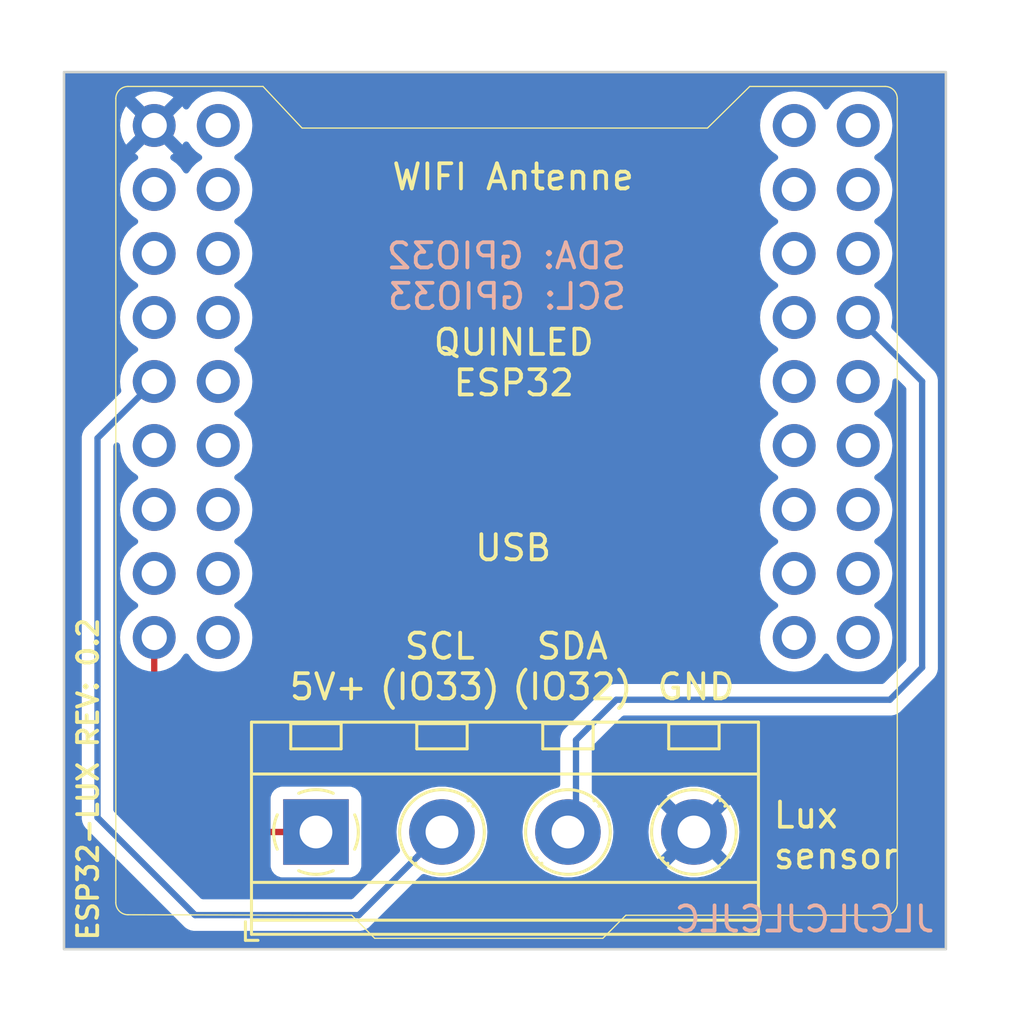
<source format=kicad_pcb>
(kicad_pcb (version 20240108) (generator "pcbnew") (generator_version "8.0")
  (layers (0 "F.Cu" signal) (31 "B.Cu" signal) (34 "B.Paste" user) (35 "F.Paste" user) (36 "B.SilkS" user "B.Silkscreen") (37 "F.SilkS" user "F.Silkscreen") (38 "B.Mask" user) (39 "F.Mask" user) (44 "Edge.Cuts" user))
  (net 0 "")
  (net 1 "GND")
  (net 2 "GPIO33")
  (net 5 "GPIO32")
  (net 9 "+5V")
  (footprint "QuinLED-ESP32:QuinLED-ESP32" (layer "F.Cu") (at 142.112393 93.220133)
    (property "Reference" "U1" (hide yes))
    (property "Value" "QuinLED-ESP32")
    (fp_line (start -15.5956 -15.6464) (end -15.5956 16.26108) (stroke (width 0.05)) (layer "F.SilkS"))
    (fp_line (start -15.113 -16.129) (end -9.7536 -16.129) (stroke (width 0.05)) (layer "F.SilkS"))
    (fp_line (start -15.113 16.74368) (end -6.2357 16.764) (stroke (width 0.05)) (layer "F.SilkS"))
    (fp_line (start -9.7536 -16.129) (end -8.2042 -14.478) (stroke (width 0.05)) (layer "F.SilkS"))
    (fp_line (start -8.2042 -14.478) (end 7.8867 -14.478) (stroke (width 0.05)) (layer "F.SilkS"))
    (fp_line (start -5.3213 17.6784) (end -6.2357 16.764) (stroke (width 0.05)) (layer "F.SilkS"))
    (fp_line (start -5.3213 17.6784) (end 3.7338 17.6784) (stroke (width 0.05)) (layer "F.SilkS"))
    (fp_line (start 3.7338 17.6784) (end 4.6482 16.764) (stroke (width 0.05)) (layer "F.SilkS"))
    (fp_line (start 4.6482 16.764) (end 14.9352 16.764) (stroke (width 0.05)) (layer "F.SilkS"))
    (fp_line (start 7.8867 -14.478) (end 9.5631 -16.129) (stroke (width 0.05)) (layer "F.SilkS"))
    (fp_line (start 9.5631 -16.129) (end 14.9352 -16.129) (stroke (width 0.05)) (layer "F.SilkS"))
    (fp_line (start 15.4178 -15.6464) (end 15.4178 16.2814) (stroke (width 0.05)) (layer "F.SilkS"))
    (fp_arc (start -15.5956 -15.6464) (mid -15.45425 -15.98765) (end -15.113 -16.129) (stroke (width 0.05)) (layer "F.SilkS"))
    (fp_arc (start -15.113 16.74368) (mid -15.45425 16.60233) (end -15.5956 16.26108) (stroke (width 0.05)) (layer "F.SilkS"))
    (fp_arc (start 14.9352 -16.129) (mid 15.27645 -15.98765) (end 15.4178 -15.6464) (stroke (width 0.05)) (layer "F.SilkS"))
    (fp_arc (start 15.4178 16.2814) (mid 15.27645 16.62265) (end 14.9352 16.764) (stroke (width 0.05)) (layer "F.SilkS"))
    (pad "1" thru_hole circle (at -14.0716 -14.5796) (size 1.7 1.7) (drill 1) (layers "*.Cu" "*.Mask") (net 1 "GND"))
    (pad "2" thru_hole circle (at -14.0716 -12.0396) (size 1.7 1.7) (drill 1) (layers "*.Cu" "*.Mask"))
    (pad "3" thru_hole circle (at -14.0716 -9.4996) (size 1.7 1.7) (drill 1) (layers "*.Cu" "*.Mask"))
    (pad "4" thru_hole circle (at -14.0716 -6.9596) (size 1.7 1.7) (drill 1) (layers "*.Cu" "*.Mask"))
    (pad "5" thru_hole circle (at -14.0716 -4.4196) (size 1.7 1.7) (drill 1) (layers "*.Cu" "*.Mask") (net 2 "GPIO33"))
    (pad "6" thru_hole circle (at -14.0716 -1.8796) (size 1.7 1.7) (drill 1) (layers "*.Cu" "*.Mask"))
    (pad "7" thru_hole circle (at -14.0716 0.6604) (size 1.7 1.7) (drill 1) (layers "*.Cu" "*.Mask"))
    (pad "8" thru_hole circle (at -14.0716 3.2004) (size 1.7 1.7) (drill 1) (layers "*.Cu" "*.Mask"))
    (pad "9" thru_hole circle (at -14.0716 5.7404) (size 1.7 1.7) (drill 1) (layers "*.Cu" "*.Mask") (net 9 "+5V"))
    (pad "10" thru_hole circle (at -11.5316 -14.5796) (size 1.7 1.7) (drill 1) (layers "*.Cu" "*.Mask"))
    (pad "11" thru_hole circle (at -11.5316 -12.0396) (size 1.7 1.7) (drill 1) (layers "*.Cu" "*.Mask"))
    (pad "12" thru_hole circle (at -11.5316 -9.4996) (size 1.7 1.7) (drill 1) (layers "*.Cu" "*.Mask"))
    (pad "13" thru_hole circle (at -11.5316 -6.9596) (size 1.7 1.7) (drill 1) (layers "*.Cu" "*.Mask"))
    (pad "14" thru_hole circle (at -11.5316 -4.4196) (size 1.7 1.7) (drill 1) (layers "*.Cu" "*.Mask"))
    (pad "15" thru_hole circle (at -11.5316 -1.8796) (size 1.7 1.7) (drill 1) (layers "*.Cu" "*.Mask"))
    (pad "16" thru_hole circle (at -11.5316 0.6604) (size 1.7 1.7) (drill 1) (layers "*.Cu" "*.Mask"))
    (pad "17" thru_hole circle (at -11.5316 3.2004) (size 1.7 1.7) (drill 1) (layers "*.Cu" "*.Mask"))
    (pad "18" thru_hole circle (at -11.5316 5.7404) (size 1.7 1.7) (drill 1) (layers "*.Cu" "*.Mask"))
    (pad "19" thru_hole circle (at 11.3284 -14.5796) (size 1.7 1.7) (drill 1) (layers "*.Cu" "*.Mask"))
    (pad "20" thru_hole circle (at 11.3284 -12.0396) (size 1.7 1.7) (drill 1) (layers "*.Cu" "*.Mask"))
    (pad "21" thru_hole circle (at 11.3284 -9.4996) (size 1.7 1.7) (drill 1) (layers "*.Cu" "*.Mask"))
    (pad "22" thru_hole circle (at 11.3284 -6.9596) (size 1.7 1.7) (drill 1) (layers "*.Cu" "*.Mask"))
    (pad "23" thru_hole circle (at 11.3284 -4.4196) (size 1.7 1.7) (drill 1) (layers "*.Cu" "*.Mask"))
    (pad "24" thru_hole circle (at 11.3284 -1.8796) (size 1.7 1.7) (drill 1) (layers "*.Cu" "*.Mask"))
    (pad "25" thru_hole circle (at 11.3284 0.6604) (size 1.7 1.7) (drill 1) (layers "*.Cu" "*.Mask"))
    (pad "26" thru_hole circle (at 11.3284 3.2004) (size 1.7 1.7) (drill 1) (layers "*.Cu" "*.Mask"))
    (pad "27" thru_hole circle (at 11.3284 5.7404) (size 1.7 1.7) (drill 1) (layers "*.Cu" "*.Mask"))
    (pad "28" thru_hole circle (at 13.8684 -14.5796) (size 1.7 1.7) (drill 1) (layers "*.Cu" "*.Mask"))
    (pad "29" thru_hole circle (at 13.8684 -12.0396) (size 1.7 1.7) (drill 1) (layers "*.Cu" "*.Mask"))
    (pad "30" thru_hole circle (at 13.8684 -9.4996) (size 1.7 1.7) (drill 1) (layers "*.Cu" "*.Mask"))
    (pad "31" thru_hole circle (at 13.8684 -6.9596) (size 1.7 1.7) (drill 1) (layers "*.Cu" "*.Mask") (net 5 "GPIO32"))
    (pad "32" thru_hole circle (at 13.8684 -4.4196) (size 1.7 1.7) (drill 1) (layers "*.Cu" "*.Mask"))
    (pad "33" thru_hole circle (at 13.8684 -1.8796) (size 1.7 1.7) (drill 1) (layers "*.Cu" "*.Mask"))
    (pad "34" thru_hole circle (at 13.8684 0.6604) (size 1.7 1.7) (drill 1) (layers "*.Cu" "*.Mask"))
    (pad "35" thru_hole circle (at 13.8684 3.2004) (size 1.7 1.7) (drill 1) (layers "*.Cu" "*.Mask"))
    (pad "36" thru_hole circle (at 13.8684 5.7404) (size 1.7 1.7) (drill 1) (layers "*.Cu" "*.Mask"))
  )
  (footprint "TerminalBlock_MetzConnect:TerminalBlock_MetzConnect_Type094_RT03504HBLU_1x04_P5.00mm_Horizontal" (layer "F.Cu") (at 134.46 106.68)
    (property "Reference" "J1" (hide yes))
    (property "Value" "Screw_Terminal_01x04")
    (fp_line (start -2.8 3.56) (end -2.8 4.3) (stroke (width 0.12)) (layer "F.SilkS"))
    (fp_line (start -2.8 4.3) (end -2.3 4.3) (stroke (width 0.12)) (layer "F.SilkS"))
    (fp_line (start -2.56 -4.36) (end -2.56 4.06) (stroke (width 0.12)) (layer "F.SilkS"))
    (fp_line (start -2.56 -4.36) (end 17.561 -4.36) (stroke (width 0.12)) (layer "F.SilkS"))
    (fp_line (start -2.56 -2.301) (end 17.561 -2.301) (stroke (width 0.12)) (layer "F.SilkS"))
    (fp_line (start -2.56 2) (end 17.561 2) (stroke (width 0.12)) (layer "F.SilkS"))
    (fp_line (start -2.56 3.5) (end 17.561 3.5) (stroke (width 0.12)) (layer "F.SilkS"))
    (fp_line (start -2.56 4.06) (end 17.561 4.06) (stroke (width 0.12)) (layer "F.SilkS"))
    (fp_line (start -1 -4.3) (end -1 -3.3) (stroke (width 0.12)) (layer "F.SilkS"))
    (fp_line (start -1 -4.3) (end 1 -4.3) (stroke (width 0.12)) (layer "F.SilkS"))
    (fp_line (start -1 -3.3) (end 1 -3.3) (stroke (width 0.12)) (layer "F.SilkS"))
    (fp_line (start 1 -4.3) (end 1 -3.3) (stroke (width 0.12)) (layer "F.SilkS"))
    (fp_line (start 3.773 1.023) (end 3.726 1.069) (stroke (width 0.12)) (layer "F.SilkS"))
    (fp_line (start 3.966 1.239) (end 3.931 1.274) (stroke (width 0.12)) (layer "F.SilkS"))
    (fp_line (start 4 -4.3) (end 4 -3.3) (stroke (width 0.12)) (layer "F.SilkS"))
    (fp_line (start 4 -4.3) (end 6 -4.3) (stroke (width 0.12)) (layer "F.SilkS"))
    (fp_line (start 4 -3.3) (end 6 -3.3) (stroke (width 0.12)) (layer "F.SilkS"))
    (fp_line (start 6 -4.3) (end 6 -3.3) (stroke (width 0.12)) (layer "F.SilkS"))
    (fp_line (start 6.07 -1.275) (end 6.035 -1.239) (stroke (width 0.12)) (layer "F.SilkS"))
    (fp_line (start 6.275 -1.069) (end 6.228 -1.023) (stroke (width 0.12)) (layer "F.SilkS"))
    (fp_line (start 8.773 1.023) (end 8.726 1.069) (stroke (width 0.12)) (layer "F.SilkS"))
    (fp_line (start 8.966 1.239) (end 8.931 1.274) (stroke (width 0.12)) (layer "F.SilkS"))
    (fp_line (start 9 -4.3) (end 9 -3.3) (stroke (width 0.12)) (layer "F.SilkS"))
    (fp_line (start 9 -4.3) (end 11 -4.3) (stroke (width 0.12)) (layer "F.SilkS"))
    (fp_line (start 9 -3.3) (end 11 -3.3) (stroke (width 0.12)) (layer "F.SilkS"))
    (fp_line (start 11 -4.3) (end 11 -3.3) (stroke (width 0.12)) (layer "F.SilkS"))
    (fp_line (start 11.07 -1.275) (end 11.035 -1.239) (stroke (width 0.12)) (layer "F.SilkS"))
    (fp_line (start 11.275 -1.069) (end 11.228 -1.023) (stroke (width 0.12)) (layer "F.SilkS"))
    (fp_line (start 13.773 1.023) (end 13.726 1.069) (stroke (width 0.12)) (layer "F.SilkS"))
    (fp_line (start 13.966 1.239) (end 13.931 1.274) (stroke (width 0.12)) (layer "F.SilkS"))
    (fp_line (start 14 -4.3) (end 14 -3.3) (stroke (width 0.12)) (layer "F.SilkS"))
    (fp_line (start 14 -4.3) (end 16 -4.3) (stroke (width 0.12)) (layer "F.SilkS"))
    (fp_line (start 14 -3.3) (end 16 -3.3) (stroke (width 0.12)) (layer "F.SilkS"))
    (fp_line (start 16 -4.3) (end 16 -3.3) (stroke (width 0.12)) (layer "F.SilkS"))
    (fp_line (start 16.07 -1.275) (end 16.035 -1.239) (stroke (width 0.12)) (layer "F.SilkS"))
    (fp_line (start 16.275 -1.069) (end 16.228 -1.023) (stroke (width 0.12)) (layer "F.SilkS"))
    (fp_line (start 17.561 -4.36) (end 17.561 4.06) (stroke (width 0.12)) (layer "F.SilkS"))
    (fp_arc (start -1.535427 0.683042) (mid -1.680501 -0.000524) (end -1.535 -0.684) (stroke (width 0.12)) (layer "F.SilkS"))
    (fp_arc (start -0.683042 -1.535427) (mid 0.000524 -1.680501) (end 0.684 -1.535) (stroke (width 0.12)) (layer "F.SilkS"))
    (fp_arc (start 0.028805 1.680253) (mid -0.335551 1.646659) (end -0.684 1.535) (stroke (width 0.12)) (layer "F.SilkS"))
    (fp_arc (start 0.683318 1.534756) (mid 0.349292 1.643288) (end 0 1.68) (stroke (width 0.12)) (layer "F.SilkS"))
    (fp_arc (start 1.535427 -0.683042) (mid 1.680501 0.000524) (end 1.535 0.684) (stroke (width 0.12)) (layer "F.SilkS"))
    (fp_circle (center 5 0) (end 6.68 0) (stroke (width 0.12)) (fill none) (layer "F.SilkS"))
    (fp_circle (center 10 0) (end 11.68 0) (stroke (width 0.12)) (fill none) (layer "F.SilkS"))
    (fp_circle (center 15 0) (end 16.68 0) (stroke (width 0.12)) (fill none) (layer "F.SilkS"))
    (pad "1" thru_hole rect (at 0 0) (size 2.6 2.6) (drill 1.3) (layers "*.Cu" "*.Mask") (net 9 "+5V"))
    (pad "2" thru_hole circle (at 5 0) (size 2.6 2.6) (drill 1.3) (layers "*.Cu" "*.Mask") (net 2 "GPIO33"))
    (pad "3" thru_hole circle (at 10 0) (size 2.6 2.6) (drill 1.3) (layers "*.Cu" "*.Mask") (net 5 "GPIO32"))
    (pad "4" thru_hole circle (at 15 0) (size 2.6 2.6) (drill 1.3) (layers "*.Cu" "*.Mask") (net 1 "GND"))
  )
  (gr_rect (start 124.46 76.521387) (end 159.46 111.330886) (stroke (width 0.1)) (fill none) (layer "Edge.Cuts"))
  (gr_text "SDA: GPIO32\nSCL: GPIO33" (at 146.853747 86.013667 0) (layer "B.SilkS") (effects (font (size 1 1)) (justify left bottom mirror)))
  (gr_text "JLCJLCJLCJLC" (at 159.091769 110.720547 0) (layer "B.SilkS") (effects (font (size 1 1)) (justify left bottom mirror)))
  (gr_text "SDA\n(IO32)" (at 144.633899 101.507176 0) (layer "F.SilkS") (effects (font (size 1 1)) (justify bottom)))
  (gr_text "Lux\nsensor" (at 152.538988 108.211544 0) (layer "F.SilkS") (effects (font (size 1 1)) (justify left bottom)))
  (gr_text "USB" (at 140.686645 95.988644 0) (layer "F.SilkS") (effects (font (size 1 1)) (justify left bottom)))
  (gr_text "SCL\n(IO33)" (at 139.374295 101.507176 0) (layer "F.SilkS") (effects (font (size 1 1)) (justify bottom)))
  (gr_text "QUINLED\nESP32" (at 142.311645 89.444782 0) (layer "F.SilkS") (effects (font (size 1 1)) (justify bottom)))
  (gr_text "ESP32-LUX REV: 0.2" (at 125.883539 111.059553 90) (layer "F.SilkS") (effects (font (size 0.8 0.8)) (justify left bottom)))
  (gr_text "WIFI Antenne" (at 137.400931 81.269185 0) (layer "F.SilkS") (effects (font (size 1 1)) (justify left bottom)))
  (gr_text "5V+" (at 133.327892 101.507176 0) (layer "F.SilkS") (effects (font (size 1 1)) (justify left bottom)))
  (gr_text "GND" (at 147.921152 101.507176 0) (layer "F.SilkS") (effects (font (size 1 1)) (justify left bottom)))
  (segment (start 125.790005 91.051321) (end 128.040793 88.800533) (width 0.25) (layer "B.Cu") (net 2))
  (segment (start 129.661658 109.977962) (end 136.162038 109.977962) (width 0.25) (layer "B.Cu") (net 2))
  (segment (start 125.790005 106.106309) (end 125.790005 91.051321) (width 0.25) (layer "B.Cu") (net 2))
  (segment (start 136.162038 109.977962) (end 139.46 106.68) (width 0.25) (layer "B.Cu") (net 2))
  (segment (start 129.661658 109.977962) (end 125.790005 106.106309) (width 0.25) (layer "B.Cu") (net 2))
  (segment (start 157.238056 101.431105) (end 146.378477 101.431105) (width 0.25) (layer "B.Cu") (net 5))
  (segment (start 146.378477 101.431105) (end 144.78 103.029582) (width 0.25) (layer "B.Cu") (net 5))
  (segment (start 144.78 103.029582) (end 144.78 106.36) (width 0.25) (layer "B.Cu") (net 5))
  (segment (start 155.980793 86.260533) (end 158.516431 88.796171) (width 0.25) (layer "B.Cu") (net 5))
  (segment (start 158.516431 100.15273) (end 157.238056 101.431105) (width 0.25) (layer "B.Cu") (net 5))
  (segment (start 144.78 106.36) (end 144.46 106.68) (width 0.25) (layer "B.Cu") (net 5))
  (segment (start 158.516431 88.796171) (end 158.516431 100.15273) (width 0.25) (layer "B.Cu") (net 5))
  (segment (start 128.040793 105.180793) (end 128.040793 98.960533) (width 0.25) (layer "F.Cu") (net 9))
  (segment (start 129.54 106.68) (end 134.46 106.68) (width 0.25) (layer "F.Cu") (net 9))
  (segment (start 129.54 106.68) (end 128.040793 105.180793) (width 0.25) (layer "F.Cu") (net 9))
  (zone (net 1) (net_name "GND") (layer "B.Cu") (connect_pads (clearance 0.5)) (min_thickness 0.25) (fill yes (thermal_gap 0.5) (thermal_bridge_width 0.5))
    (polygon (pts (xy 121.92 73.66) (xy 121.92 114.3) (xy 162.56 114.3) (xy 162.56 73.66)))
  )
)
</source>
